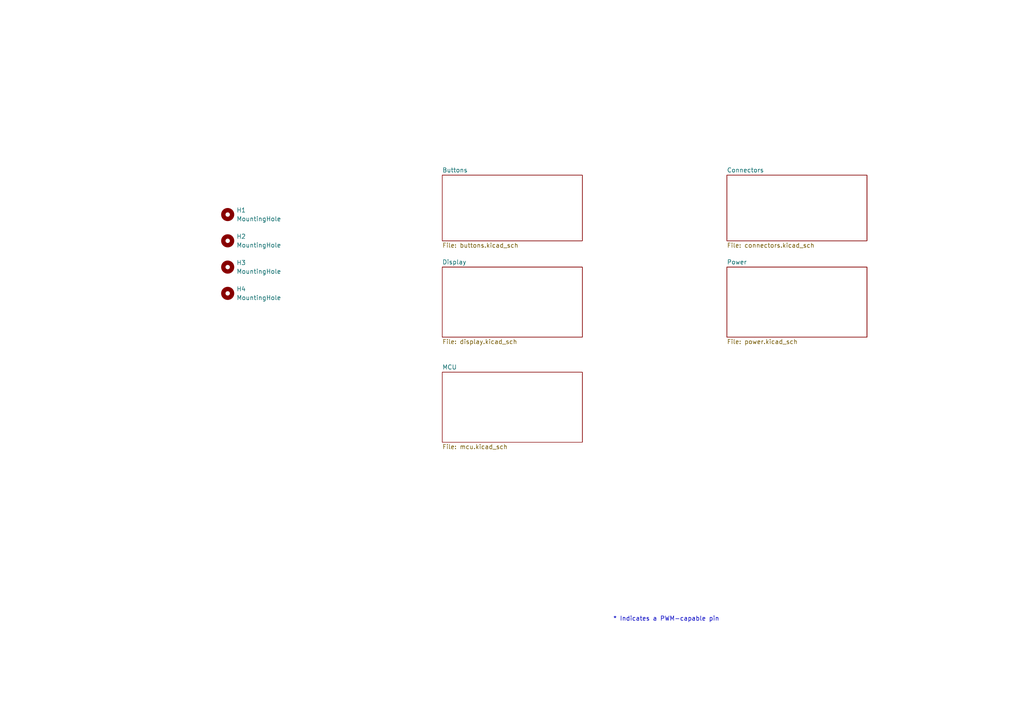
<source format=kicad_sch>
(kicad_sch (version 20230121) (generator eeschema)
  (paper "A4")
  (title_block (title "Crane V2.0 Rev A") (date "mar. 31 mars 2015"))
  (lib_symbols
    (symbol "Mechanical:MountingHole" (pin_names (offset 1.016))
      (property "Reference" "H" (at 0 5.08 0))
      (property "Value" "MountingHole" (at 0 3.175 0))
      (symbol "MountingHole_0_1"
        (circle (center 0 0) (radius 1.27) (stroke (width 1.27)))
      )
    )
  )
  (text "* Indicates a PWM-capable pin" (at 177.8 180.34 0) (effects (font (size 1.27 1.27)) (justify left bottom)))
  (symbol (lib_id "Mechanical:MountingHole") (at 66.04 77.47 0) (unit 1)
    (property "Reference" "H3" (at 68.58 76.1999 0) (effects (justify left)))
    (property "Value" "MountingHole" (at 68.58 78.7399 0) (effects (justify left)))
    (property "Footprint" "MountingHole:MountingHole_3mm_Pad" (effects hide))
  )
  (symbol (lib_id "Mechanical:MountingHole") (at 66.04 62.23 0) (unit 1)
    (property "Reference" "H1" (at 68.58 60.9599 0) (effects (justify left)))
    (property "Value" "MountingHole" (at 68.58 63.4999 0) (effects (justify left)))
    (property "Footprint" "MountingHole:MountingHole_3mm_Pad" (effects hide))
  )
  (symbol (lib_id "Mechanical:MountingHole") (at 66.04 85.09 0) (unit 1)
    (property "Reference" "H4" (at 68.58 83.8199 0) (effects (justify left)))
    (property "Value" "MountingHole" (at 68.58 86.3599 0) (effects (justify left)))
    (property "Footprint" "MountingHole:MountingHole_3mm_Pad" (effects hide))
  )
  (symbol (lib_id "Mechanical:MountingHole") (at 66.04 69.85 0) (unit 1)
    (property "Reference" "H2" (at 68.58 68.5799 0) (effects (justify left)))
    (property "Value" "MountingHole" (at 68.58 71.1199 0) (effects (justify left)))
    (property "Footprint" "MountingHole:MountingHole_3mm_Pad" (effects hide))
  )
  (sheet (at 210.82 50.8) (size 40.64 19.05) (stroke (width 0.1524))
    (property "Sheetname" "Connectors" (at 210.82 50.0884 0) (effects (justify left bottom)))
    (property "Sheetfile" "connectors.kicad_sch" (at 210.82 70.4346 0) (effects (justify left top)))
  )
  (sheet (at 128.27 107.95) (size 40.64 20.32) (stroke (width 0.1524))
    (property "Sheetname" "MCU" (at 128.27 107.2384 0) (effects (justify left bottom)))
    (property "Sheetfile" "mcu.kicad_sch" (at 128.27 128.8546 0) (effects (justify left top)))
  )
  (sheet (at 128.27 77.47) (size 40.64 20.32) (stroke (width 0.1524))
    (property "Sheetname" "Display" (at 128.27 76.7584 0) (effects (justify left bottom)))
    (property "Sheetfile" "display.kicad_sch" (at 128.27 98.3746 0) (effects (justify left top)))
  )
  (sheet (at 128.27 50.8) (size 40.64 19.05) (stroke (width 0.1524))
    (property "Sheetname" "Buttons" (at 128.27 50.0884 0) (effects (justify left bottom)))
    (property "Sheetfile" "buttons.kicad_sch" (at 128.27 70.4346 0) (effects (justify left top)))
  )
  (sheet (at 210.82 77.47) (size 40.64 20.32) (stroke (width 0.1524))
    (property "Sheetname" "Power" (at 210.82 76.7584 0) (effects (justify left bottom)))
    (property "Sheetfile" "power.kicad_sch" (at 210.82 98.3746 0) (effects (justify left top)))
  )
)
</source>
